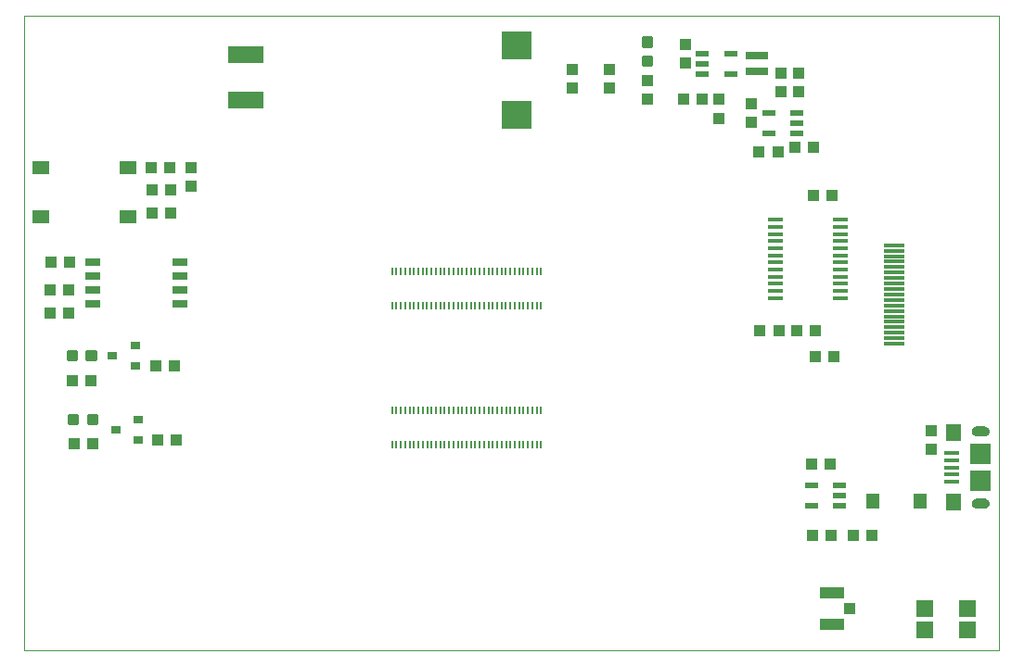
<source format=gtp>
G04 EAGLE Gerber X2 export*
%TF.Part,Single*%
%TF.FileFunction,Other,Top Paste*%
%TF.FilePolarity,Positive*%
%TF.GenerationSoftware,Autodesk,EAGLE,9.0.0*%
%TF.CreationDate,2019-01-20T02:36:27Z*%
G75*
%MOMM*%
%FSLAX34Y34*%
%LPD*%
%AMOC8*
5,1,8,0,0,1.08239X$1,22.5*%
G01*
%ADD10C,0.000000*%
%ADD11R,0.200000X0.700000*%
%ADD12R,2.700000X2.550000*%
%ADD13R,1.000000X1.100000*%
%ADD14C,0.300000*%
%ADD15R,1.100000X1.000000*%
%ADD16R,1.150000X0.600000*%
%ADD17R,0.900000X0.800000*%
%ADD18R,1.400000X1.600000*%
%ADD19R,1.350000X0.400000*%
%ADD20R,1.900000X1.900000*%
%ADD21R,1.200000X0.600000*%
%ADD22R,1.270000X1.470000*%
%ADD23R,1.475000X0.450000*%
%ADD24R,1.450000X0.750000*%
%ADD25R,1.550000X1.300000*%
%ADD26R,2.200000X1.050000*%
%ADD27R,1.050000X1.000000*%
%ADD28R,3.200000X1.500000*%
%ADD29R,2.000000X0.700000*%
%ADD30R,1.900000X0.300000*%
%ADD31R,1.540000X1.540000*%

G36*
X987105Y335516D02*
X987105Y335516D01*
X987188Y335519D01*
X987905Y335656D01*
X988030Y335699D01*
X988118Y335722D01*
X988787Y336015D01*
X988900Y336085D01*
X988980Y336128D01*
X989567Y336562D01*
X989661Y336655D01*
X989731Y336715D01*
X990206Y337269D01*
X990277Y337381D01*
X990331Y337454D01*
X990671Y338100D01*
X990716Y338225D01*
X990752Y338308D01*
X990940Y339014D01*
X990956Y339146D01*
X990973Y339235D01*
X990999Y339965D01*
X990995Y340002D01*
X990999Y340035D01*
X990973Y340765D01*
X990949Y340895D01*
X990940Y340986D01*
X990752Y341692D01*
X990701Y341814D01*
X990671Y341900D01*
X990331Y342546D01*
X990254Y342654D01*
X990206Y342731D01*
X989731Y343285D01*
X989631Y343373D01*
X989567Y343438D01*
X988980Y343873D01*
X988864Y343936D01*
X988787Y343985D01*
X988118Y344278D01*
X987991Y344314D01*
X987905Y344344D01*
X987188Y344481D01*
X987082Y344487D01*
X987000Y344499D01*
X979000Y344499D01*
X978882Y344482D01*
X978794Y344478D01*
X977961Y344302D01*
X977792Y344241D01*
X977715Y344216D01*
X976956Y343831D01*
X976809Y343727D01*
X976741Y343683D01*
X976108Y343115D01*
X975992Y342977D01*
X975938Y342917D01*
X975473Y342204D01*
X975397Y342041D01*
X975361Y341969D01*
X975096Y341160D01*
X975065Y340982D01*
X975048Y340904D01*
X975002Y340054D01*
X975006Y340006D01*
X975001Y339965D01*
X975027Y339235D01*
X975051Y339105D01*
X975060Y339014D01*
X975248Y338308D01*
X975299Y338186D01*
X975329Y338100D01*
X975669Y337454D01*
X975746Y337347D01*
X975794Y337269D01*
X976269Y336715D01*
X976369Y336627D01*
X976433Y336562D01*
X977020Y336128D01*
X977136Y336064D01*
X977213Y336015D01*
X977882Y335722D01*
X978009Y335686D01*
X978095Y335656D01*
X978812Y335519D01*
X978918Y335514D01*
X979000Y335501D01*
X987000Y335501D01*
X987105Y335516D01*
G37*
G36*
X987105Y269516D02*
X987105Y269516D01*
X987188Y269519D01*
X987905Y269656D01*
X988030Y269699D01*
X988118Y269722D01*
X988787Y270015D01*
X988900Y270085D01*
X988980Y270128D01*
X989567Y270562D01*
X989661Y270655D01*
X989731Y270715D01*
X990206Y271269D01*
X990277Y271381D01*
X990331Y271454D01*
X990671Y272100D01*
X990716Y272225D01*
X990752Y272308D01*
X990940Y273014D01*
X990956Y273146D01*
X990973Y273235D01*
X990999Y273965D01*
X990995Y274002D01*
X990999Y274035D01*
X990973Y274765D01*
X990949Y274895D01*
X990940Y274986D01*
X990752Y275692D01*
X990701Y275814D01*
X990671Y275900D01*
X990331Y276546D01*
X990254Y276654D01*
X990206Y276731D01*
X989731Y277285D01*
X989631Y277373D01*
X989567Y277438D01*
X988980Y277873D01*
X988864Y277936D01*
X988787Y277985D01*
X988118Y278278D01*
X987991Y278314D01*
X987905Y278344D01*
X987188Y278481D01*
X987082Y278487D01*
X987000Y278499D01*
X979000Y278499D01*
X978882Y278482D01*
X978794Y278478D01*
X977961Y278302D01*
X977792Y278241D01*
X977715Y278216D01*
X976956Y277831D01*
X976809Y277727D01*
X976741Y277683D01*
X976108Y277115D01*
X975992Y276977D01*
X975938Y276917D01*
X975473Y276204D01*
X975397Y276041D01*
X975361Y275969D01*
X975096Y275160D01*
X975065Y274982D01*
X975048Y274904D01*
X975002Y274054D01*
X975006Y274006D01*
X975001Y273965D01*
X975027Y273235D01*
X975051Y273105D01*
X975060Y273014D01*
X975248Y272308D01*
X975299Y272186D01*
X975329Y272100D01*
X975669Y271454D01*
X975746Y271347D01*
X975794Y271269D01*
X976269Y270715D01*
X976369Y270627D01*
X976433Y270562D01*
X977020Y270128D01*
X977136Y270064D01*
X977213Y270015D01*
X977882Y269722D01*
X978009Y269686D01*
X978095Y269656D01*
X978812Y269519D01*
X978918Y269514D01*
X979000Y269501D01*
X987000Y269501D01*
X987105Y269516D01*
G37*
D10*
X110000Y140000D02*
X1000000Y140000D01*
X1000000Y720000D01*
X110000Y720000D01*
X110000Y140000D01*
D11*
X445600Y486000D03*
X449600Y486000D03*
X453600Y486000D03*
X457600Y486000D03*
X461600Y486000D03*
X465600Y486000D03*
X469600Y486000D03*
X473600Y486000D03*
X477600Y486000D03*
X481600Y486000D03*
X485600Y486000D03*
X489600Y486000D03*
X493600Y486000D03*
X497600Y486000D03*
X501600Y486000D03*
X505600Y486000D03*
X509600Y486000D03*
X513600Y486000D03*
X517600Y486000D03*
X521600Y486000D03*
X525600Y486000D03*
X529600Y486000D03*
X533600Y486000D03*
X537600Y486000D03*
X541600Y486000D03*
X545600Y486000D03*
X549600Y486000D03*
X553600Y486000D03*
X557600Y486000D03*
X561600Y486000D03*
X565600Y486000D03*
X569600Y486000D03*
X573600Y486000D03*
X577600Y486000D03*
X581600Y486000D03*
X445600Y455200D03*
X449600Y455200D03*
X453600Y455200D03*
X457600Y455200D03*
X461600Y455200D03*
X465600Y455200D03*
X469600Y455200D03*
X473600Y455200D03*
X477600Y455200D03*
X481600Y455200D03*
X485600Y455200D03*
X489600Y455200D03*
X493600Y455200D03*
X497600Y455200D03*
X501600Y455200D03*
X505600Y455200D03*
X509600Y455200D03*
X513600Y455200D03*
X517600Y455200D03*
X521600Y455200D03*
X525600Y455200D03*
X529600Y455200D03*
X533600Y455200D03*
X537600Y455200D03*
X541600Y455200D03*
X545600Y455200D03*
X549600Y455200D03*
X553600Y455200D03*
X557600Y455200D03*
X561600Y455200D03*
X565600Y455200D03*
X569600Y455200D03*
X573600Y455200D03*
X577600Y455200D03*
X581600Y455200D03*
X445650Y359050D03*
X449650Y359050D03*
X453650Y359050D03*
X457650Y359050D03*
X461650Y359050D03*
X465650Y359050D03*
X469650Y359050D03*
X473650Y359050D03*
X477650Y359050D03*
X481650Y359050D03*
X485650Y359050D03*
X489650Y359050D03*
X493650Y359050D03*
X497650Y359050D03*
X501650Y359050D03*
X505650Y359050D03*
X509650Y359050D03*
X513650Y359050D03*
X517650Y359050D03*
X521650Y359050D03*
X525650Y359050D03*
X529650Y359050D03*
X533650Y359050D03*
X537650Y359050D03*
X541650Y359050D03*
X545650Y359050D03*
X549650Y359050D03*
X553650Y359050D03*
X557650Y359050D03*
X561650Y359050D03*
X565650Y359050D03*
X569650Y359050D03*
X573650Y359050D03*
X577650Y359050D03*
X581650Y359050D03*
X445650Y328250D03*
X449650Y328250D03*
X453650Y328250D03*
X457650Y328250D03*
X461650Y328250D03*
X465650Y328250D03*
X469650Y328250D03*
X473650Y328250D03*
X477650Y328250D03*
X481650Y328250D03*
X485650Y328250D03*
X489650Y328250D03*
X493650Y328250D03*
X497650Y328250D03*
X501650Y328250D03*
X505650Y328250D03*
X509650Y328250D03*
X513650Y328250D03*
X517650Y328250D03*
X521650Y328250D03*
X525650Y328250D03*
X529650Y328250D03*
X533650Y328250D03*
X537650Y328250D03*
X541650Y328250D03*
X545650Y328250D03*
X549650Y328250D03*
X553650Y328250D03*
X557650Y328250D03*
X561650Y328250D03*
X565650Y328250D03*
X569650Y328250D03*
X573650Y328250D03*
X577650Y328250D03*
X581650Y328250D03*
D12*
X559000Y692700D03*
X559000Y629300D03*
D13*
X610000Y653500D03*
X610000Y670500D03*
X644000Y653500D03*
X644000Y670500D03*
X679000Y660500D03*
X679000Y643500D03*
D14*
X682500Y692270D02*
X675500Y692270D01*
X675500Y699270D01*
X682500Y699270D01*
X682500Y692270D01*
X682500Y695269D02*
X675500Y695269D01*
X675500Y698268D02*
X682500Y698268D01*
X682500Y674730D02*
X675500Y674730D01*
X675500Y681730D01*
X682500Y681730D01*
X682500Y674730D01*
X682500Y677729D02*
X675500Y677729D01*
X675500Y680728D02*
X682500Y680728D01*
D15*
X150600Y447966D03*
X133600Y447966D03*
X150600Y469466D03*
X133600Y469466D03*
X151600Y494966D03*
X134600Y494966D03*
D16*
X729000Y685530D03*
X729000Y676000D03*
X729000Y666470D03*
X755000Y666470D03*
X755000Y685530D03*
D13*
X713272Y693556D03*
X713272Y676556D03*
X801050Y667278D03*
X801050Y650278D03*
X817112Y667278D03*
X817112Y650278D03*
D15*
X728848Y643508D03*
X711848Y643508D03*
D13*
X744268Y643262D03*
X744268Y626262D03*
D17*
X214200Y332000D03*
X214200Y351000D03*
X193200Y341500D03*
D15*
X155300Y328952D03*
X172300Y328952D03*
X231300Y332500D03*
X248300Y332500D03*
D14*
X168970Y347500D02*
X168970Y354500D01*
X175970Y354500D01*
X175970Y347500D01*
X168970Y347500D01*
X168970Y350499D02*
X175970Y350499D01*
X175970Y353498D02*
X168970Y353498D01*
X151430Y354500D02*
X151430Y347500D01*
X151430Y354500D02*
X158430Y354500D01*
X158430Y347500D01*
X151430Y347500D01*
X151430Y350499D02*
X158430Y350499D01*
X158430Y353498D02*
X151430Y353498D01*
D15*
X243684Y539332D03*
X226684Y539332D03*
X226284Y560732D03*
X243284Y560732D03*
X242684Y581332D03*
X225684Y581332D03*
D13*
X262062Y581012D03*
X262062Y564012D03*
D18*
X958500Y275000D03*
X958500Y339000D03*
D19*
X956250Y307000D03*
X956250Y313500D03*
X956250Y300500D03*
X956250Y294000D03*
X956250Y320000D03*
D20*
X983000Y295000D03*
X983000Y319000D03*
D21*
X854000Y272000D03*
X854000Y281500D03*
X854000Y291000D03*
X829000Y291000D03*
X829000Y272000D03*
D22*
X884500Y275900D03*
X927500Y275900D03*
D15*
X832066Y408108D03*
X849066Y408108D03*
X845500Y310000D03*
X828500Y310000D03*
D13*
X937500Y323600D03*
X937500Y340600D03*
D15*
X883500Y245000D03*
X866500Y245000D03*
X829500Y245000D03*
X846500Y245000D03*
X832228Y431984D03*
X815228Y431984D03*
D23*
X795820Y533450D03*
X795820Y526950D03*
X795820Y520450D03*
X795820Y513950D03*
X795820Y507450D03*
X795820Y500950D03*
X795820Y494450D03*
X795820Y487950D03*
X795820Y481450D03*
X795820Y474950D03*
X795820Y468450D03*
X795820Y461950D03*
X854580Y461950D03*
X854580Y468450D03*
X854580Y474950D03*
X854580Y481450D03*
X854580Y487950D03*
X854580Y494450D03*
X854580Y500950D03*
X854580Y507450D03*
X854580Y513950D03*
X854580Y520450D03*
X854580Y526950D03*
X854580Y533450D03*
D15*
X781546Y431984D03*
X798546Y431984D03*
X847400Y555800D03*
X830400Y555800D03*
D24*
X251750Y456816D03*
X251750Y469516D03*
X251750Y482216D03*
X251750Y494916D03*
X172250Y494916D03*
X172250Y482216D03*
X172250Y469516D03*
X172250Y456816D03*
D25*
X125234Y536032D03*
X204734Y536032D03*
X125234Y581032D03*
X204734Y581032D03*
D26*
X847000Y163250D03*
X847000Y192750D03*
D27*
X863000Y178000D03*
D28*
X312166Y684702D03*
X312166Y642702D03*
D29*
X778256Y683398D03*
X778256Y668898D03*
D17*
X211422Y399440D03*
X211422Y418440D03*
X190422Y408940D03*
D15*
X154060Y386080D03*
X171060Y386080D03*
X229752Y399542D03*
X246752Y399542D03*
D14*
X167576Y405440D02*
X167576Y412440D01*
X174576Y412440D01*
X174576Y405440D01*
X167576Y405440D01*
X167576Y408439D02*
X174576Y408439D01*
X174576Y411438D02*
X167576Y411438D01*
X150036Y412440D02*
X150036Y405440D01*
X150036Y412440D02*
X157036Y412440D01*
X157036Y405440D01*
X150036Y405440D01*
X150036Y408439D02*
X157036Y408439D01*
X157036Y411438D02*
X150036Y411438D01*
D30*
X903884Y510074D03*
X903884Y505074D03*
X903884Y500074D03*
X903884Y495074D03*
X903884Y490074D03*
X903884Y485074D03*
X903884Y480074D03*
X903884Y475074D03*
X903884Y470074D03*
X903884Y465074D03*
X903884Y460074D03*
X903884Y455074D03*
X903884Y450074D03*
X903884Y445074D03*
X903884Y440074D03*
X903884Y435074D03*
X903884Y430074D03*
X903884Y425074D03*
X903884Y420074D03*
D31*
X931984Y177848D03*
X931984Y158448D03*
X970984Y158448D03*
X970984Y177848D03*
D21*
X814632Y612292D03*
X814632Y621792D03*
X814632Y631292D03*
X789632Y631292D03*
X789632Y612292D03*
D15*
X797678Y595376D03*
X780678Y595376D03*
D13*
X773684Y622690D03*
X773684Y639690D03*
D15*
X813190Y599440D03*
X830190Y599440D03*
M02*

</source>
